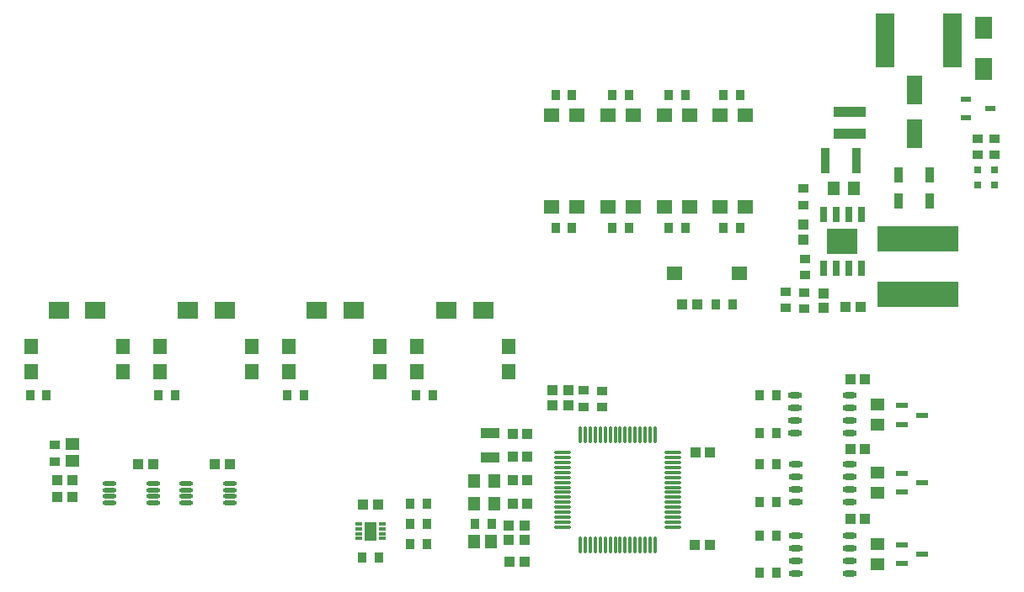
<source format=gtp>
G04*
G04 #@! TF.GenerationSoftware,Altium Limited,Altium Designer,21.2.1 (34)*
G04*
G04 Layer_Color=8421504*
%FSLAX24Y24*%
%MOIN*%
G70*
G04*
G04 #@! TF.SameCoordinates,093661B1-31BE-42CD-8BD9-57EC7F8E6B73*
G04*
G04*
G04 #@! TF.FilePolarity,Positive*
G04*
G01*
G75*
%ADD22R,0.0669X0.0906*%
%ADD23R,0.0756X0.2146*%
%ADD24R,0.0374X0.0394*%
%ADD25R,0.0591X0.0551*%
%ADD26R,0.1260X0.0394*%
%ADD27R,0.0354X0.0984*%
%ADD28R,0.0630X0.1181*%
%ADD29R,0.0394X0.0236*%
%ADD30R,0.0394X0.0374*%
%ADD31R,0.0354X0.0630*%
%ADD32R,0.3228X0.1024*%
%ADD33R,0.0394X0.0413*%
%ADD34O,0.0118X0.0709*%
%ADD35O,0.0709X0.0118*%
%ADD36R,0.0413X0.0394*%
%ADD37R,0.0579X0.0469*%
%ADD38O,0.0571X0.0177*%
%ADD39R,0.0453X0.0551*%
%ADD40R,0.0469X0.0579*%
%ADD41R,0.0748X0.0433*%
%ADD42R,0.0512X0.0236*%
%ADD43O,0.0571X0.0236*%
%ADD44R,0.0551X0.0472*%
%ADD45R,0.0472X0.0748*%
%ADD46R,0.0315X0.0118*%
%ADD47R,0.0787X0.0669*%
%ADD48R,0.0551X0.0591*%
%ADD49R,0.0315X0.0315*%
%ADD50R,0.0256X0.0600*%
%ADD51R,0.1220X0.1024*%
%ADD52R,0.0472X0.0551*%
D22*
X38406Y44591D02*
D03*
Y46244D02*
D03*
D23*
X34500Y45717D02*
D03*
X37165D02*
D03*
D24*
X22112Y43559D02*
D03*
X21463D02*
D03*
X24353D02*
D03*
X23703D02*
D03*
X28108Y38311D02*
D03*
X28758D02*
D03*
X25944D02*
D03*
X26594D02*
D03*
X23703D02*
D03*
X24353D02*
D03*
X21463D02*
D03*
X22112D02*
D03*
X26594Y43559D02*
D03*
X25944D02*
D03*
X18280Y26571D02*
D03*
X18929D02*
D03*
X29533Y30146D02*
D03*
X30183D02*
D03*
X30183Y31650D02*
D03*
X29533D02*
D03*
X30183Y28925D02*
D03*
X29533D02*
D03*
X30183Y26083D02*
D03*
X29533D02*
D03*
X29533Y24618D02*
D03*
X30183D02*
D03*
X29533Y27437D02*
D03*
X30183D02*
D03*
X16350Y27350D02*
D03*
X15701D02*
D03*
X15701Y26553D02*
D03*
X16350D02*
D03*
X14455Y25236D02*
D03*
X13805D02*
D03*
X16350Y25776D02*
D03*
X15701D02*
D03*
X15947Y31657D02*
D03*
X16596D02*
D03*
X10847D02*
D03*
X11497D02*
D03*
X5747D02*
D03*
X6397D02*
D03*
X648D02*
D03*
X1297D02*
D03*
X28108Y43559D02*
D03*
X28758D02*
D03*
X27811Y35260D02*
D03*
X28461D02*
D03*
D25*
X23531Y39126D02*
D03*
X24532D02*
D03*
X23531Y42748D02*
D03*
X24532D02*
D03*
X21307Y39126D02*
D03*
X22307D02*
D03*
X21307Y42748D02*
D03*
X22307D02*
D03*
X25756Y39126D02*
D03*
X26756D02*
D03*
X25756Y42748D02*
D03*
X26756D02*
D03*
X28724Y36488D02*
D03*
X26165D02*
D03*
X28980Y42748D02*
D03*
X27980D02*
D03*
X28980Y39126D02*
D03*
X27980D02*
D03*
D26*
X33094Y42902D02*
D03*
Y42035D02*
D03*
D27*
X32142Y40945D02*
D03*
X33362D02*
D03*
D28*
X35673Y43764D02*
D03*
Y42031D02*
D03*
D29*
X37709Y43398D02*
D03*
Y42650D02*
D03*
X38654Y43024D02*
D03*
D30*
X38165Y41837D02*
D03*
Y41187D02*
D03*
X38835Y41187D02*
D03*
Y41837D02*
D03*
X31295Y35742D02*
D03*
Y35093D02*
D03*
X1622Y29689D02*
D03*
Y29039D02*
D03*
X23288Y31837D02*
D03*
Y31188D02*
D03*
X22576Y31851D02*
D03*
Y31201D02*
D03*
X30575Y35762D02*
D03*
Y35112D02*
D03*
X31252Y39846D02*
D03*
Y39197D02*
D03*
X31315Y36427D02*
D03*
Y37077D02*
D03*
D31*
X35039Y40394D02*
D03*
X36260D02*
D03*
Y39378D02*
D03*
X35039D02*
D03*
D32*
X35795Y37858D02*
D03*
Y35654D02*
D03*
D33*
X32079Y35708D02*
D03*
Y35118D02*
D03*
X21965Y31847D02*
D03*
Y31256D02*
D03*
X21340Y31855D02*
D03*
Y31264D02*
D03*
X20245Y25918D02*
D03*
Y26508D02*
D03*
X19603Y25918D02*
D03*
Y26508D02*
D03*
X31268Y38429D02*
D03*
Y37839D02*
D03*
D34*
X22438Y30095D02*
D03*
X22635D02*
D03*
X22832D02*
D03*
X23028D02*
D03*
X23225D02*
D03*
X23422D02*
D03*
X23619D02*
D03*
X23816D02*
D03*
X24013D02*
D03*
X24210D02*
D03*
X24406D02*
D03*
X24603D02*
D03*
X24800D02*
D03*
X24997D02*
D03*
X25194D02*
D03*
X25391D02*
D03*
Y25725D02*
D03*
X25194D02*
D03*
X24997D02*
D03*
X24800D02*
D03*
X24603D02*
D03*
X24406D02*
D03*
X24210D02*
D03*
X24013D02*
D03*
X23816D02*
D03*
X23619D02*
D03*
X23422D02*
D03*
X23225D02*
D03*
X23028D02*
D03*
X22832D02*
D03*
X22635D02*
D03*
X22438D02*
D03*
D35*
X26099Y29386D02*
D03*
Y29190D02*
D03*
Y28993D02*
D03*
Y28796D02*
D03*
Y28599D02*
D03*
Y28402D02*
D03*
Y28205D02*
D03*
Y28008D02*
D03*
Y27812D02*
D03*
Y27615D02*
D03*
Y27418D02*
D03*
Y27221D02*
D03*
Y27024D02*
D03*
Y26827D02*
D03*
Y26630D02*
D03*
Y26434D02*
D03*
X21729D02*
D03*
Y26630D02*
D03*
Y26827D02*
D03*
Y27024D02*
D03*
Y27221D02*
D03*
Y27418D02*
D03*
Y27615D02*
D03*
Y27812D02*
D03*
Y28008D02*
D03*
Y28205D02*
D03*
Y28402D02*
D03*
Y28599D02*
D03*
Y28796D02*
D03*
Y28993D02*
D03*
Y29190D02*
D03*
Y29386D02*
D03*
D36*
X2315Y28303D02*
D03*
X1724D02*
D03*
X2315Y27614D02*
D03*
X1724D02*
D03*
X26977Y25741D02*
D03*
X27568D02*
D03*
X26981Y29394D02*
D03*
X27572D02*
D03*
X20217Y25059D02*
D03*
X19626D02*
D03*
X19751Y28296D02*
D03*
X20341D02*
D03*
X20341Y29233D02*
D03*
X19751D02*
D03*
X19751Y27347D02*
D03*
X20341D02*
D03*
X20341Y30138D02*
D03*
X19751D02*
D03*
X33709Y29532D02*
D03*
X33118D02*
D03*
X33709Y32280D02*
D03*
X33118D02*
D03*
X33709Y26768D02*
D03*
X33118D02*
D03*
X13830Y27325D02*
D03*
X14421D02*
D03*
X4945Y28921D02*
D03*
X5535D02*
D03*
X7969D02*
D03*
X8559D02*
D03*
X33516Y35154D02*
D03*
X32925D02*
D03*
X26461Y35264D02*
D03*
X27051D02*
D03*
D37*
X2319Y29732D02*
D03*
Y29059D02*
D03*
D38*
X6827Y28165D02*
D03*
Y27909D02*
D03*
Y27654D02*
D03*
Y27398D02*
D03*
X8559Y28165D02*
D03*
Y27909D02*
D03*
Y27654D02*
D03*
Y27398D02*
D03*
X3807Y28165D02*
D03*
Y27909D02*
D03*
Y27654D02*
D03*
Y27398D02*
D03*
X5539Y28165D02*
D03*
Y27909D02*
D03*
Y27654D02*
D03*
Y27398D02*
D03*
D39*
X19023Y27378D02*
D03*
Y28245D02*
D03*
X18235Y27378D02*
D03*
Y28245D02*
D03*
D40*
X18217Y25850D02*
D03*
X18890D02*
D03*
D41*
X18849Y29193D02*
D03*
Y30178D02*
D03*
D42*
X35980Y25358D02*
D03*
X35154Y24984D02*
D03*
Y25732D02*
D03*
X35980Y28189D02*
D03*
X35154Y27815D02*
D03*
Y28563D02*
D03*
X35976Y30878D02*
D03*
X35150Y30504D02*
D03*
Y31252D02*
D03*
D43*
X30947Y31646D02*
D03*
Y31146D02*
D03*
Y30646D02*
D03*
Y30146D02*
D03*
X33093Y31646D02*
D03*
Y31146D02*
D03*
Y30646D02*
D03*
Y30146D02*
D03*
X30951Y28926D02*
D03*
Y28426D02*
D03*
Y27926D02*
D03*
Y27426D02*
D03*
X33096Y28926D02*
D03*
Y28426D02*
D03*
Y27926D02*
D03*
Y27426D02*
D03*
X30951Y26111D02*
D03*
Y25611D02*
D03*
Y25111D02*
D03*
Y24611D02*
D03*
X33096Y26111D02*
D03*
Y25611D02*
D03*
Y25111D02*
D03*
Y24611D02*
D03*
D44*
X34205Y31291D02*
D03*
Y30504D02*
D03*
Y25760D02*
D03*
Y24972D02*
D03*
X34205Y28579D02*
D03*
Y27791D02*
D03*
D45*
X14126Y26276D02*
D03*
D46*
X13654Y25980D02*
D03*
Y26177D02*
D03*
Y26374D02*
D03*
Y26571D02*
D03*
X14598D02*
D03*
Y26374D02*
D03*
Y26177D02*
D03*
Y25980D02*
D03*
D47*
X18583Y35035D02*
D03*
X17126D02*
D03*
X13470D02*
D03*
X12013D02*
D03*
X8357D02*
D03*
X6900D02*
D03*
X3244D02*
D03*
X1787D02*
D03*
D48*
X15980Y33598D02*
D03*
Y32598D02*
D03*
X19602Y33598D02*
D03*
Y32598D02*
D03*
X5797Y33598D02*
D03*
Y32598D02*
D03*
X9419Y33598D02*
D03*
Y32598D02*
D03*
X10888Y33598D02*
D03*
Y32598D02*
D03*
X14511Y33598D02*
D03*
Y32598D02*
D03*
X705Y33598D02*
D03*
Y32598D02*
D03*
X4327Y33598D02*
D03*
Y32598D02*
D03*
D49*
X38839Y40596D02*
D03*
Y39986D02*
D03*
X38161Y39980D02*
D03*
Y40591D02*
D03*
D50*
X33553Y38839D02*
D03*
X33053D02*
D03*
X32553D02*
D03*
X32053D02*
D03*
Y36704D02*
D03*
X32553D02*
D03*
X33053D02*
D03*
X33553D02*
D03*
D51*
X32803Y37772D02*
D03*
D52*
X33256Y39878D02*
D03*
X32469D02*
D03*
M02*

</source>
